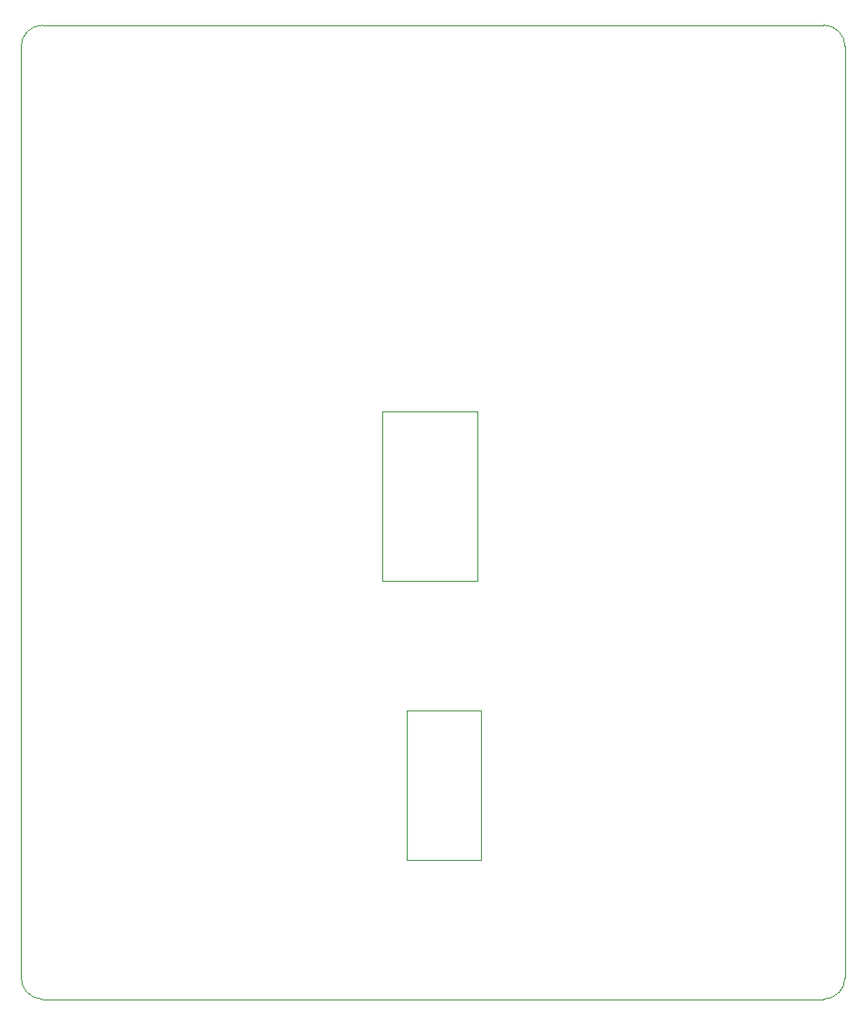
<source format=gbr>
%TF.GenerationSoftware,KiCad,Pcbnew,7.0.5*%
%TF.CreationDate,2023-09-29T16:27:14+09:00*%
%TF.ProjectId,ProMicro________,50726f4d-6963-4726-9f5f-7e9d7bdeef42,rev?*%
%TF.SameCoordinates,Original*%
%TF.FileFunction,Profile,NP*%
%FSLAX46Y46*%
G04 Gerber Fmt 4.6, Leading zero omitted, Abs format (unit mm)*
G04 Created by KiCad (PCBNEW 7.0.5) date 2023-09-29 16:27:14*
%MOMM*%
%LPD*%
G01*
G04 APERTURE LIST*
%TA.AperFunction,Profile*%
%ADD10C,0.100000*%
%TD*%
%TA.AperFunction,Profile*%
%ADD11C,0.010000*%
%TD*%
G04 APERTURE END LIST*
D10*
X129000000Y-120000000D02*
X129000000Y-33000000D01*
X165000000Y-95000000D02*
X172000000Y-95000000D01*
X204000000Y-122000000D02*
G75*
G03*
X206000000Y-120000000I0J2000000D01*
G01*
X165000000Y-109000000D02*
X165000000Y-95000000D01*
X131000000Y-31000000D02*
G75*
G03*
X129000000Y-33000000I0J-2000000D01*
G01*
X131000000Y-31000000D02*
X204000000Y-31000000D01*
X206000000Y-33000000D02*
X206000000Y-120000000D01*
X206000000Y-33000000D02*
G75*
G03*
X204000000Y-31000000I-2000000J0D01*
G01*
X172000000Y-95000000D02*
X172000000Y-109000000D01*
X129000000Y-120000000D02*
G75*
G03*
X131000000Y-122000000I2000000J0D01*
G01*
X172000000Y-109000000D02*
X165000000Y-109000000D01*
X204000000Y-122000000D02*
X131000000Y-122000000D01*
D11*
%TO.C,U5*%
X162725000Y-67062500D02*
X171615000Y-67062500D01*
X162725000Y-82937500D02*
X162725000Y-67062500D01*
X171615000Y-67062500D02*
X171615000Y-82937500D01*
X171615000Y-82937500D02*
X162725000Y-82937500D01*
%TD*%
M02*

</source>
